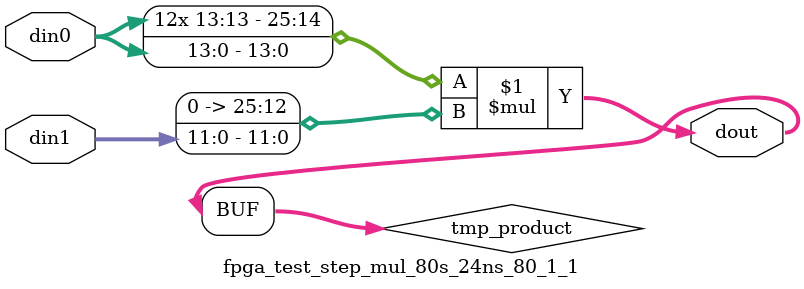
<source format=v>

`timescale 1 ns / 1 ps

  module fpga_test_step_mul_80s_24ns_80_1_1(din0, din1, dout);
parameter ID = 1;
parameter NUM_STAGE = 0;
parameter din0_WIDTH = 14;
parameter din1_WIDTH = 12;
parameter dout_WIDTH = 26;

input [din0_WIDTH - 1 : 0] din0; 
input [din1_WIDTH - 1 : 0] din1; 
output [dout_WIDTH - 1 : 0] dout;

wire signed [dout_WIDTH - 1 : 0] tmp_product;












assign tmp_product = $signed(din0) * $signed({1'b0, din1});









assign dout = tmp_product;







endmodule

</source>
